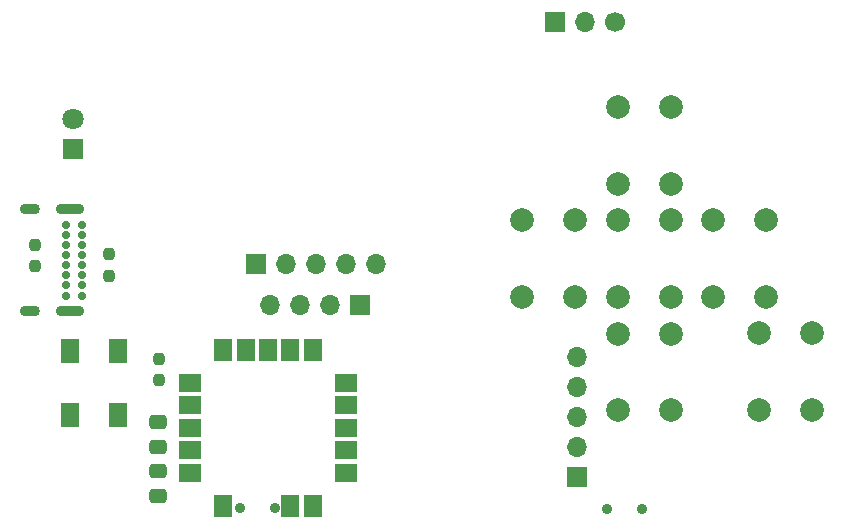
<source format=gbr>
%TF.GenerationSoftware,KiCad,Pcbnew,7.0.2-1.fc38*%
%TF.CreationDate,2023-06-06T17:02:23+02:00*%
%TF.ProjectId,gps_compass,6770735f-636f-46d7-9061-73732e6b6963,rev?*%
%TF.SameCoordinates,Original*%
%TF.FileFunction,Soldermask,Top*%
%TF.FilePolarity,Negative*%
%FSLAX46Y46*%
G04 Gerber Fmt 4.6, Leading zero omitted, Abs format (unit mm)*
G04 Created by KiCad (PCBNEW 7.0.2-1.fc38) date 2023-06-06 17:02:23*
%MOMM*%
%LPD*%
G01*
G04 APERTURE LIST*
G04 Aperture macros list*
%AMRoundRect*
0 Rectangle with rounded corners*
0 $1 Rounding radius*
0 $2 $3 $4 $5 $6 $7 $8 $9 X,Y pos of 4 corners*
0 Add a 4 corners polygon primitive as box body*
4,1,4,$2,$3,$4,$5,$6,$7,$8,$9,$2,$3,0*
0 Add four circle primitives for the rounded corners*
1,1,$1+$1,$2,$3*
1,1,$1+$1,$4,$5*
1,1,$1+$1,$6,$7*
1,1,$1+$1,$8,$9*
0 Add four rect primitives between the rounded corners*
20,1,$1+$1,$2,$3,$4,$5,0*
20,1,$1+$1,$4,$5,$6,$7,0*
20,1,$1+$1,$6,$7,$8,$9,0*
20,1,$1+$1,$8,$9,$2,$3,0*%
G04 Aperture macros list end*
%ADD10C,2.000000*%
%ADD11RoundRect,0.237500X0.237500X-0.250000X0.237500X0.250000X-0.237500X0.250000X-0.237500X-0.250000X0*%
%ADD12R,1.700000X1.700000*%
%ADD13O,1.700000X1.700000*%
%ADD14C,1.700000*%
%ADD15RoundRect,0.237500X-0.237500X0.250000X-0.237500X-0.250000X0.237500X-0.250000X0.237500X0.250000X0*%
%ADD16RoundRect,0.000001X-0.900000X-0.750000X0.900000X-0.750000X0.900000X0.750000X-0.900000X0.750000X0*%
%ADD17RoundRect,0.000001X-0.750000X-0.900000X0.750000X-0.900000X0.750000X0.900000X-0.750000X0.900000X0*%
%ADD18R,1.600000X2.000000*%
%ADD19RoundRect,0.250000X0.475000X-0.337500X0.475000X0.337500X-0.475000X0.337500X-0.475000X-0.337500X0*%
%ADD20RoundRect,0.250000X-0.475000X0.337500X-0.475000X-0.337500X0.475000X-0.337500X0.475000X0.337500X0*%
%ADD21R,1.800000X1.800000*%
%ADD22C,1.800000*%
%ADD23C,0.900000*%
%ADD24C,0.700000*%
%ADD25O,1.700000X0.900000*%
%ADD26O,2.400000X0.900000*%
G04 APERTURE END LIST*
D10*
%TO.C,SWdown1*%
X168200000Y-56600000D03*
X168200000Y-50100000D03*
X172700000Y-56600000D03*
X172700000Y-50100000D03*
%TD*%
D11*
%TO.C,R8*%
X117000000Y-54812500D03*
X117000000Y-52987500D03*
%TD*%
D12*
%TO.C,GY-271*%
X156630000Y-71860000D03*
D13*
X156630000Y-69320000D03*
X156630000Y-66780000D03*
X156630000Y-64240000D03*
X156630000Y-61700000D03*
%TD*%
D12*
%TO.C,LCD*%
X129520000Y-53830000D03*
D13*
X132060000Y-53830000D03*
X134600000Y-53830000D03*
X137140000Y-53830000D03*
X139680000Y-53830000D03*
%TD*%
D10*
%TO.C,SWright1*%
X160100000Y-47050000D03*
X160100000Y-40550000D03*
X164600000Y-47050000D03*
X164600000Y-40550000D03*
%TD*%
D14*
%TO.C,Serial1*%
X159900000Y-33340000D03*
D13*
X157360000Y-33340000D03*
D12*
X154820000Y-33340000D03*
%TD*%
D15*
%TO.C,R7*%
X110800000Y-52187500D03*
X110800000Y-54012500D03*
%TD*%
D10*
%TO.C,SWleft1*%
X160100000Y-56600000D03*
X160100000Y-50100000D03*
X164600000Y-56600000D03*
X164600000Y-50100000D03*
%TD*%
D12*
%TO.C,Oled*%
X138320000Y-57310000D03*
D13*
X135780000Y-57310000D03*
X133240000Y-57310000D03*
X130700000Y-57310000D03*
%TD*%
D10*
%TO.C,SWb1*%
X172050000Y-66150000D03*
X172050000Y-59650000D03*
X176550000Y-66150000D03*
X176550000Y-59650000D03*
%TD*%
D15*
%TO.C,R4*%
X121250000Y-61837500D03*
X121250000Y-63662500D03*
%TD*%
D10*
%TO.C,SWa1*%
X160100000Y-66200000D03*
X160100000Y-59700000D03*
X164600000Y-66200000D03*
X164600000Y-59700000D03*
%TD*%
%TO.C,SWup1*%
X152000000Y-56600000D03*
X152000000Y-50100000D03*
X156500000Y-56600000D03*
X156500000Y-50100000D03*
%TD*%
D16*
%TO.C,GPS*%
X123900000Y-63875000D03*
X123900000Y-65775000D03*
X123900000Y-67675000D03*
X123900000Y-69575000D03*
X123900000Y-71475000D03*
D17*
X126700000Y-74275000D03*
X132400000Y-74275000D03*
X134300000Y-74275000D03*
D16*
X137100000Y-71475000D03*
X137100000Y-69575000D03*
X137100000Y-67675000D03*
X137100000Y-65775000D03*
X137100000Y-63875000D03*
D17*
X134300000Y-61075000D03*
X132400000Y-61075000D03*
X130500000Y-61075000D03*
X128600000Y-61075000D03*
X126700000Y-61075000D03*
%TD*%
D18*
%TO.C,En*%
X113700000Y-66600000D03*
X113700000Y-61200000D03*
%TD*%
%TO.C,Prog*%
X117800000Y-61200000D03*
X117800000Y-66600000D03*
%TD*%
D19*
%TO.C,C3*%
X121200000Y-69300000D03*
X121200000Y-67225000D03*
%TD*%
D20*
%TO.C,C4*%
X121200000Y-71362500D03*
X121200000Y-73437500D03*
%TD*%
D21*
%TO.C,LED*%
X114000000Y-44100000D03*
D22*
X114000000Y-41560000D03*
%TD*%
D23*
%TO.C,MAIN*%
X131100000Y-74455000D03*
X128100000Y-74455000D03*
%TD*%
D24*
%TO.C,J1*%
X114725000Y-56475000D03*
X114725000Y-55625000D03*
X114725000Y-54775000D03*
X114725000Y-53925000D03*
X114725000Y-53075000D03*
X114725000Y-52225000D03*
X114725000Y-51375000D03*
X114725000Y-50525000D03*
X113375000Y-50525000D03*
X113375000Y-51375000D03*
X113375000Y-52225000D03*
X113375000Y-53075000D03*
X113375000Y-53925000D03*
X113375000Y-54775000D03*
X113375000Y-55625000D03*
X113375000Y-56475000D03*
D25*
X110365000Y-57825000D03*
D26*
X113745000Y-57825000D03*
D25*
X110365000Y-49175000D03*
D26*
X113745000Y-49175000D03*
%TD*%
D23*
%TO.C,ESP32*%
X162200000Y-74530000D03*
X159200000Y-74530000D03*
%TD*%
M02*

</source>
